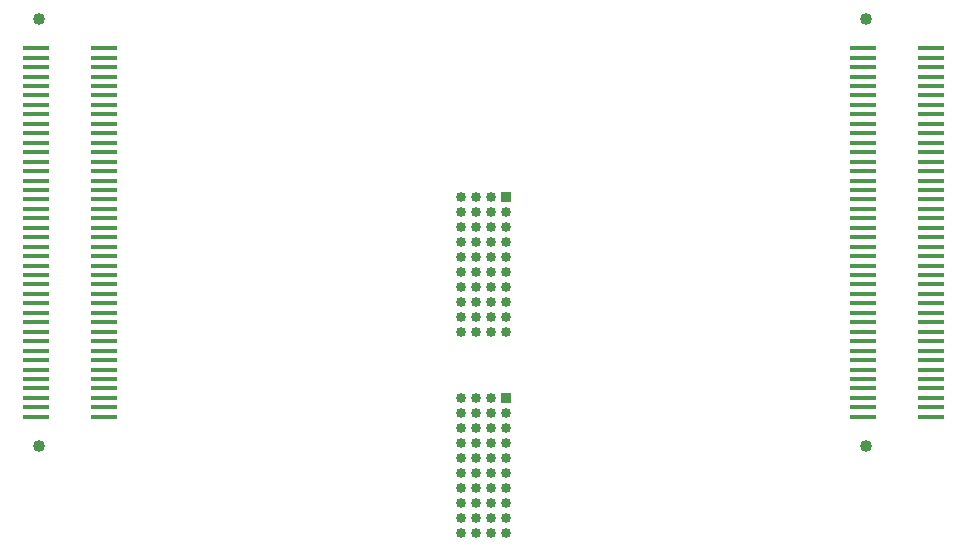
<source format=gbr>
%TF.GenerationSoftware,KiCad,Pcbnew,9.0.3*%
%TF.CreationDate,2025-10-01T18:20:22-04:00*%
%TF.ProjectId,ephys-test-module-molc-64-chan,65706879-732d-4746-9573-742d6d6f6475,A*%
%TF.SameCoordinates,Original*%
%TF.FileFunction,Soldermask,Bot*%
%TF.FilePolarity,Negative*%
%FSLAX46Y46*%
G04 Gerber Fmt 4.6, Leading zero omitted, Abs format (unit mm)*
G04 Created by KiCad (PCBNEW 9.0.3) date 2025-10-01 18:20:22*
%MOMM*%
%LPD*%
G01*
G04 APERTURE LIST*
%ADD10R,0.850000X0.850000*%
%ADD11C,0.850000*%
%ADD12C,1.020000*%
%ADD13R,2.273000X0.410000*%
G04 APERTURE END LIST*
D10*
%TO.C,J1*%
X159905000Y-97000000D03*
D11*
X159905000Y-98270000D03*
X159905000Y-99540000D03*
X159905000Y-100810000D03*
X159905000Y-102080000D03*
X159905000Y-103350000D03*
X159905000Y-104620000D03*
X159905000Y-105890000D03*
X159905000Y-107160000D03*
X159905000Y-108430000D03*
X158635000Y-97000000D03*
X158635000Y-98270000D03*
X158635000Y-99540000D03*
X158635000Y-100810000D03*
X158635000Y-102080000D03*
X158635000Y-103350000D03*
X158635000Y-104620000D03*
X158635000Y-105890000D03*
X158635000Y-107160000D03*
X158635000Y-108430000D03*
X157365000Y-97000000D03*
X157365000Y-98270000D03*
X157365000Y-99540000D03*
X157365000Y-100810000D03*
X157365000Y-102080000D03*
X157365000Y-103350000D03*
X157365000Y-104620000D03*
X157365000Y-105890000D03*
X157365000Y-107160000D03*
X157365000Y-108430000D03*
X156095000Y-97000000D03*
X156095000Y-98270000D03*
X156095000Y-99540000D03*
X156095000Y-100810000D03*
X156095000Y-102080000D03*
X156095000Y-103350000D03*
X156095000Y-104620000D03*
X156095000Y-105890000D03*
X156095000Y-107160000D03*
X156095000Y-108430000D03*
%TD*%
D10*
%TO.C,J2*%
X159905000Y-114000000D03*
D11*
X159905000Y-115270000D03*
X159905000Y-116540000D03*
X159905000Y-117810000D03*
X159905000Y-119080000D03*
X159905000Y-120350000D03*
X159905000Y-121620000D03*
X159905000Y-122890000D03*
X159905000Y-124160000D03*
X159905000Y-125430000D03*
X158635000Y-114000000D03*
X158635000Y-115270000D03*
X158635000Y-116540000D03*
X158635000Y-117810000D03*
X158635000Y-119080000D03*
X158635000Y-120350000D03*
X158635000Y-121620000D03*
X158635000Y-122890000D03*
X158635000Y-124160000D03*
X158635000Y-125430000D03*
X157365000Y-114000000D03*
X157365000Y-115270000D03*
X157365000Y-116540000D03*
X157365000Y-117810000D03*
X157365000Y-119080000D03*
X157365000Y-120350000D03*
X157365000Y-121620000D03*
X157365000Y-122890000D03*
X157365000Y-124160000D03*
X157365000Y-125430000D03*
X156095000Y-114000000D03*
X156095000Y-115270000D03*
X156095000Y-116540000D03*
X156095000Y-117810000D03*
X156095000Y-119080000D03*
X156095000Y-120350000D03*
X156095000Y-121620000D03*
X156095000Y-122890000D03*
X156095000Y-124160000D03*
X156095000Y-125430000D03*
%TD*%
D12*
%TO.C,J4*%
X120330000Y-81935000D03*
X120330000Y-118065000D03*
D13*
X125863500Y-84400000D03*
X120136500Y-84400000D03*
X125863500Y-85200000D03*
X120136500Y-85200000D03*
X125863500Y-86000000D03*
X120136500Y-86000000D03*
X125863500Y-86800000D03*
X120136500Y-86800000D03*
X125863500Y-87600000D03*
X120136500Y-87600000D03*
X125863500Y-88400000D03*
X120136500Y-88400000D03*
X125863500Y-89200000D03*
X120136500Y-89200000D03*
X125863500Y-90000000D03*
X120136500Y-90000000D03*
X125863500Y-90800000D03*
X120136500Y-90800000D03*
X125863500Y-91600000D03*
X120136500Y-91600000D03*
X125863500Y-92400000D03*
X120136500Y-92400000D03*
X125863500Y-93200000D03*
X120136500Y-93200000D03*
X125863500Y-94000000D03*
X120136500Y-94000000D03*
X125863500Y-94800000D03*
X120136500Y-94800000D03*
X125863500Y-95600000D03*
X120136500Y-95600000D03*
X125863500Y-96400000D03*
X120136500Y-96400000D03*
X125863500Y-97200000D03*
X120136500Y-97200000D03*
X125863500Y-98000000D03*
X120136500Y-98000000D03*
X125863500Y-98800000D03*
X120136500Y-98800000D03*
X125863500Y-99600000D03*
X120136500Y-99600000D03*
X125863500Y-100400000D03*
X120136500Y-100400000D03*
X125863500Y-101200000D03*
X120136500Y-101200000D03*
X125863500Y-102000000D03*
X120136500Y-102000000D03*
X125863500Y-102800000D03*
X120136500Y-102800000D03*
X125863500Y-103600000D03*
X120136500Y-103600000D03*
X125863500Y-104400000D03*
X120136500Y-104400000D03*
X125863500Y-105200000D03*
X120136500Y-105200000D03*
X125863500Y-106000000D03*
X120136500Y-106000000D03*
X125863500Y-106800000D03*
X120136500Y-106800000D03*
X125863500Y-107600000D03*
X120136500Y-107600000D03*
X125863500Y-108400000D03*
X120136500Y-108400000D03*
X125863500Y-109200000D03*
X120136500Y-109200000D03*
X125863500Y-110000000D03*
X120136500Y-110000000D03*
X125863500Y-110800000D03*
X120136500Y-110800000D03*
X125863500Y-111600000D03*
X120136500Y-111600000D03*
X125863500Y-112400000D03*
X120136500Y-112400000D03*
X125863500Y-113200000D03*
X120136500Y-113200000D03*
X125863500Y-114000000D03*
X120136500Y-114000000D03*
X125863500Y-114800000D03*
X120136500Y-114800000D03*
X125863500Y-115600000D03*
X120136500Y-115600000D03*
%TD*%
D12*
%TO.C,J5*%
X190330000Y-81935000D03*
X190330000Y-118065000D03*
D13*
X195863500Y-84400000D03*
X190136500Y-84400000D03*
X195863500Y-85200000D03*
X190136500Y-85200000D03*
X195863500Y-86000000D03*
X190136500Y-86000000D03*
X195863500Y-86800000D03*
X190136500Y-86800000D03*
X195863500Y-87600000D03*
X190136500Y-87600000D03*
X195863500Y-88400000D03*
X190136500Y-88400000D03*
X195863500Y-89200000D03*
X190136500Y-89200000D03*
X195863500Y-90000000D03*
X190136500Y-90000000D03*
X195863500Y-90800000D03*
X190136500Y-90800000D03*
X195863500Y-91600000D03*
X190136500Y-91600000D03*
X195863500Y-92400000D03*
X190136500Y-92400000D03*
X195863500Y-93200000D03*
X190136500Y-93200000D03*
X195863500Y-94000000D03*
X190136500Y-94000000D03*
X195863500Y-94800000D03*
X190136500Y-94800000D03*
X195863500Y-95600000D03*
X190136500Y-95600000D03*
X195863500Y-96400000D03*
X190136500Y-96400000D03*
X195863500Y-97200000D03*
X190136500Y-97200000D03*
X195863500Y-98000000D03*
X190136500Y-98000000D03*
X195863500Y-98800000D03*
X190136500Y-98800000D03*
X195863500Y-99600000D03*
X190136500Y-99600000D03*
X195863500Y-100400000D03*
X190136500Y-100400000D03*
X195863500Y-101200000D03*
X190136500Y-101200000D03*
X195863500Y-102000000D03*
X190136500Y-102000000D03*
X195863500Y-102800000D03*
X190136500Y-102800000D03*
X195863500Y-103600000D03*
X190136500Y-103600000D03*
X195863500Y-104400000D03*
X190136500Y-104400000D03*
X195863500Y-105200000D03*
X190136500Y-105200000D03*
X195863500Y-106000000D03*
X190136500Y-106000000D03*
X195863500Y-106800000D03*
X190136500Y-106800000D03*
X195863500Y-107600000D03*
X190136500Y-107600000D03*
X195863500Y-108400000D03*
X190136500Y-108400000D03*
X195863500Y-109200000D03*
X190136500Y-109200000D03*
X195863500Y-110000000D03*
X190136500Y-110000000D03*
X195863500Y-110800000D03*
X190136500Y-110800000D03*
X195863500Y-111600000D03*
X190136500Y-111600000D03*
X195863500Y-112400000D03*
X190136500Y-112400000D03*
X195863500Y-113200000D03*
X190136500Y-113200000D03*
X195863500Y-114000000D03*
X190136500Y-114000000D03*
X195863500Y-114800000D03*
X190136500Y-114800000D03*
X195863500Y-115600000D03*
X190136500Y-115600000D03*
%TD*%
M02*

</source>
